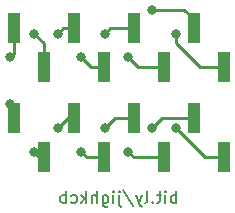
<source format=gbr>
G04 #@! TF.GenerationSoftware,KiCad,Pcbnew,5.0.2-bee76a0~70~ubuntu18.04.1*
G04 #@! TF.CreationDate,2019-03-08T21:19:30-05:00*
G04 #@! TF.ProjectId,2mm100mil-strips,326d6d31-3030-46d6-996c-2d7374726970,rev?*
G04 #@! TF.SameCoordinates,Original*
G04 #@! TF.FileFunction,Copper,L2,Bot*
G04 #@! TF.FilePolarity,Positive*
%FSLAX46Y46*%
G04 Gerber Fmt 4.6, Leading zero omitted, Abs format (unit mm)*
G04 Created by KiCad (PCBNEW 5.0.2-bee76a0~70~ubuntu18.04.1) date Fri 08 Mar 2019 21:19:30 EST*
%MOMM*%
%LPD*%
G01*
G04 APERTURE LIST*
G04 #@! TA.AperFunction,NonConductor*
%ADD10C,0.152400*%
G04 #@! TD*
G04 #@! TA.AperFunction,SMDPad,CuDef*
%ADD11R,1.000000X2.510000*%
G04 #@! TD*
G04 #@! TA.AperFunction,ViaPad*
%ADD12C,0.800000*%
G04 #@! TD*
G04 #@! TA.AperFunction,Conductor*
%ADD13C,0.250000*%
G04 #@! TD*
G04 APERTURE END LIST*
D10*
X116646476Y-110949619D02*
X116646476Y-109933619D01*
X116646476Y-110320666D02*
X116549714Y-110272285D01*
X116356190Y-110272285D01*
X116259428Y-110320666D01*
X116211047Y-110369047D01*
X116162666Y-110465809D01*
X116162666Y-110756095D01*
X116211047Y-110852857D01*
X116259428Y-110901238D01*
X116356190Y-110949619D01*
X116549714Y-110949619D01*
X116646476Y-110901238D01*
X115727238Y-110949619D02*
X115727238Y-110272285D01*
X115727238Y-109933619D02*
X115775619Y-109982000D01*
X115727238Y-110030380D01*
X115678857Y-109982000D01*
X115727238Y-109933619D01*
X115727238Y-110030380D01*
X115388571Y-110272285D02*
X115001523Y-110272285D01*
X115243428Y-109933619D02*
X115243428Y-110804476D01*
X115195047Y-110901238D01*
X115098285Y-110949619D01*
X115001523Y-110949619D01*
X114662857Y-110852857D02*
X114614476Y-110901238D01*
X114662857Y-110949619D01*
X114711238Y-110901238D01*
X114662857Y-110852857D01*
X114662857Y-110949619D01*
X114033904Y-110949619D02*
X114130666Y-110901238D01*
X114179047Y-110804476D01*
X114179047Y-109933619D01*
X113743619Y-110272285D02*
X113501714Y-110949619D01*
X113259809Y-110272285D02*
X113501714Y-110949619D01*
X113598476Y-111191523D01*
X113646857Y-111239904D01*
X113743619Y-111288285D01*
X112147047Y-109885238D02*
X113017904Y-111191523D01*
X111808380Y-110272285D02*
X111808380Y-111143142D01*
X111856761Y-111239904D01*
X111953523Y-111288285D01*
X112001904Y-111288285D01*
X111808380Y-109933619D02*
X111856761Y-109982000D01*
X111808380Y-110030380D01*
X111760000Y-109982000D01*
X111808380Y-109933619D01*
X111808380Y-110030380D01*
X111324571Y-110949619D02*
X111324571Y-110272285D01*
X111324571Y-109933619D02*
X111372952Y-109982000D01*
X111324571Y-110030380D01*
X111276190Y-109982000D01*
X111324571Y-109933619D01*
X111324571Y-110030380D01*
X110405333Y-110272285D02*
X110405333Y-111094761D01*
X110453714Y-111191523D01*
X110502095Y-111239904D01*
X110598857Y-111288285D01*
X110744000Y-111288285D01*
X110840761Y-111239904D01*
X110405333Y-110901238D02*
X110502095Y-110949619D01*
X110695619Y-110949619D01*
X110792380Y-110901238D01*
X110840761Y-110852857D01*
X110889142Y-110756095D01*
X110889142Y-110465809D01*
X110840761Y-110369047D01*
X110792380Y-110320666D01*
X110695619Y-110272285D01*
X110502095Y-110272285D01*
X110405333Y-110320666D01*
X109921523Y-110949619D02*
X109921523Y-109933619D01*
X109486095Y-110949619D02*
X109486095Y-110417428D01*
X109534476Y-110320666D01*
X109631238Y-110272285D01*
X109776380Y-110272285D01*
X109873142Y-110320666D01*
X109921523Y-110369047D01*
X109002285Y-110949619D02*
X109002285Y-109933619D01*
X108905523Y-110562571D02*
X108615238Y-110949619D01*
X108615238Y-110272285D02*
X109002285Y-110659333D01*
X107744380Y-110901238D02*
X107841142Y-110949619D01*
X108034666Y-110949619D01*
X108131428Y-110901238D01*
X108179809Y-110852857D01*
X108228190Y-110756095D01*
X108228190Y-110465809D01*
X108179809Y-110369047D01*
X108131428Y-110320666D01*
X108034666Y-110272285D01*
X107841142Y-110272285D01*
X107744380Y-110320666D01*
X107308952Y-110949619D02*
X107308952Y-109933619D01*
X107308952Y-110320666D02*
X107212190Y-110272285D01*
X107018666Y-110272285D01*
X106921904Y-110320666D01*
X106873523Y-110369047D01*
X106825142Y-110465809D01*
X106825142Y-110756095D01*
X106873523Y-110852857D01*
X106921904Y-110901238D01*
X107018666Y-110949619D01*
X107212190Y-110949619D01*
X107308952Y-110901238D01*
D11*
G04 #@! TO.P,J1,1*
G04 #@! TO.N,/T1*
X102870000Y-96135000D03*
G04 #@! TO.P,J1,3*
G04 #@! TO.N,/T3*
X107950000Y-96135000D03*
G04 #@! TO.P,J1,5*
G04 #@! TO.N,/T5*
X113030000Y-96135000D03*
G04 #@! TO.P,J1,7*
G04 #@! TO.N,/T7*
X118110000Y-96135000D03*
G04 #@! TO.P,J1,2*
G04 #@! TO.N,/T2*
X105410000Y-99445000D03*
G04 #@! TO.P,J1,4*
G04 #@! TO.N,/T4*
X110490000Y-99445000D03*
G04 #@! TO.P,J1,6*
G04 #@! TO.N,/T6*
X115570000Y-99445000D03*
G04 #@! TO.P,J1,8*
G04 #@! TO.N,/T8*
X120650000Y-99445000D03*
G04 #@! TD*
G04 #@! TO.P,J6,1*
G04 #@! TO.N,/B1*
X102870000Y-103755000D03*
G04 #@! TO.P,J6,3*
G04 #@! TO.N,/B3*
X107950000Y-103755000D03*
G04 #@! TO.P,J6,5*
G04 #@! TO.N,/B5*
X113030000Y-103755000D03*
G04 #@! TO.P,J6,7*
G04 #@! TO.N,/B7*
X118110000Y-103755000D03*
G04 #@! TO.P,J6,2*
G04 #@! TO.N,/B2*
X105410000Y-107065000D03*
G04 #@! TO.P,J6,4*
G04 #@! TO.N,/B4*
X110490000Y-107065000D03*
G04 #@! TO.P,J6,6*
G04 #@! TO.N,/B6*
X115570000Y-107065000D03*
G04 #@! TO.P,J6,8*
G04 #@! TO.N,/B8*
X120650000Y-107065000D03*
G04 #@! TD*
D12*
G04 #@! TO.N,/T1*
X102600000Y-98600000D03*
G04 #@! TO.N,/T3*
X106600000Y-96600000D03*
G04 #@! TO.N,/T5*
X110600000Y-96600000D03*
G04 #@! TO.N,/T7*
X114600000Y-94600000D03*
G04 #@! TO.N,/T2*
X104600000Y-96600000D03*
G04 #@! TO.N,/T4*
X108600000Y-98600000D03*
G04 #@! TO.N,/T6*
X112600000Y-98600000D03*
G04 #@! TO.N,/T8*
X116600000Y-96600000D03*
G04 #@! TO.N,/B1*
X102600000Y-102600000D03*
G04 #@! TO.N,/B3*
X106600000Y-104600000D03*
G04 #@! TO.N,/B5*
X110600000Y-104600000D03*
G04 #@! TO.N,/B7*
X114600000Y-104600000D03*
G04 #@! TO.N,/B2*
X104600000Y-106600000D03*
G04 #@! TO.N,/B4*
X108600000Y-106600000D03*
G04 #@! TO.N,/B6*
X112600000Y-106600000D03*
G04 #@! TO.N,/B8*
X116600000Y-104600000D03*
G04 #@! TD*
D13*
G04 #@! TO.N,/T1*
X102870000Y-98330000D02*
X102600000Y-98600000D01*
X102870000Y-96135000D02*
X102870000Y-98330000D01*
G04 #@! TO.N,/T3*
X107065000Y-96135000D02*
X106600000Y-96600000D01*
X107950000Y-96135000D02*
X107065000Y-96135000D01*
G04 #@! TO.N,/T5*
X111065000Y-96135000D02*
X110600000Y-96600000D01*
X113030000Y-96135000D02*
X111065000Y-96135000D01*
G04 #@! TO.N,/T7*
X118110000Y-96135000D02*
X118110000Y-95380000D01*
X118110000Y-95380000D02*
X117330000Y-94600000D01*
X117330000Y-94600000D02*
X114600000Y-94600000D01*
G04 #@! TO.N,/T2*
X105410000Y-97410000D02*
X104600000Y-96600000D01*
X105410000Y-99445000D02*
X105410000Y-97410000D01*
G04 #@! TO.N,/T4*
X109445000Y-99445000D02*
X108600000Y-98600000D01*
X110490000Y-99445000D02*
X109445000Y-99445000D01*
G04 #@! TO.N,/T6*
X113445000Y-99445000D02*
X112600000Y-98600000D01*
X115570000Y-99445000D02*
X113445000Y-99445000D01*
G04 #@! TO.N,/T8*
X116600000Y-97400000D02*
X116600000Y-96600000D01*
X118645000Y-99445000D02*
X116600000Y-97400000D01*
X120650000Y-99445000D02*
X118645000Y-99445000D01*
G04 #@! TO.N,/B1*
X102870000Y-102870000D02*
X102600000Y-102600000D01*
X102870000Y-103755000D02*
X102870000Y-102870000D01*
G04 #@! TO.N,/B3*
X107445000Y-103755000D02*
X106600000Y-104600000D01*
X107950000Y-103755000D02*
X107445000Y-103755000D01*
G04 #@! TO.N,/B5*
X111445000Y-103755000D02*
X110600000Y-104600000D01*
X113030000Y-103755000D02*
X111445000Y-103755000D01*
G04 #@! TO.N,/B7*
X115445000Y-103755000D02*
X114600000Y-104600000D01*
X118110000Y-103755000D02*
X115445000Y-103755000D01*
G04 #@! TO.N,/B2*
X105065000Y-107065000D02*
X104600000Y-106600000D01*
X105410000Y-107065000D02*
X105065000Y-107065000D01*
G04 #@! TO.N,/B4*
X109065000Y-107065000D02*
X108600000Y-106600000D01*
X110490000Y-107065000D02*
X109065000Y-107065000D01*
G04 #@! TO.N,/B6*
X113065000Y-107065000D02*
X112600000Y-106600000D01*
X115570000Y-107065000D02*
X113065000Y-107065000D01*
G04 #@! TO.N,/B8*
X119065000Y-107065000D02*
X116600000Y-104600000D01*
X120650000Y-107065000D02*
X119065000Y-107065000D01*
G04 #@! TD*
M02*

</source>
